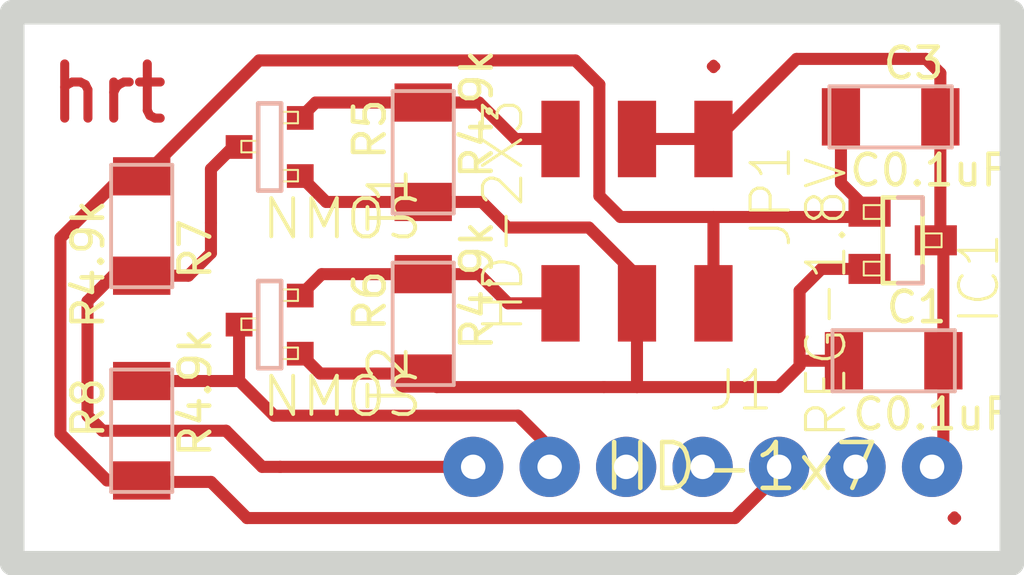
<source format=kicad_pcb>
(kicad_pcb (version 4) (host pcbnew 4.0.7-e2-6376~61~ubuntu18.04.1)

  (general
    (links 24)
    (no_connects 0)
    (area 111.093599 78.793599 147.106401 98.206401)
    (thickness 1.6)
    (drawings 7)
    (tracks 96)
    (zones 0)
    (modules 11)
    (nets 8)
  )

  (page A4)
  (layers
    (0 F.Cu signal)
    (31 B.Cu signal hide)
    (32 B.Adhes user hide)
    (33 F.Adhes user hide)
    (34 B.Paste user hide)
    (35 F.Paste user hide)
    (36 B.SilkS user)
    (37 F.SilkS user)
    (38 B.Mask user hide)
    (39 F.Mask user hide)
    (40 Dwgs.User user hide)
    (41 Cmts.User user hide)
    (42 Eco1.User user hide)
    (43 Eco2.User user hide)
    (44 Edge.Cuts user)
    (45 Margin user hide)
    (46 B.CrtYd user hide)
    (47 F.CrtYd user hide)
    (48 B.Fab user hide)
    (49 F.Fab user hide)
  )

  (setup
    (last_trace_width 0.4)
    (trace_clearance 0.4)
    (zone_clearance 0.508)
    (zone_45_only no)
    (trace_min 0.2)
    (segment_width 0.2)
    (edge_width 0.8128)
    (via_size 0.6)
    (via_drill 0.4)
    (via_min_size 0.4)
    (via_min_drill 0.3)
    (uvia_size 0.3)
    (uvia_drill 0.1)
    (uvias_allowed no)
    (uvia_min_size 0)
    (uvia_min_drill 0)
    (pcb_text_width 0.3)
    (pcb_text_size 1.5 1.5)
    (mod_edge_width 0.15)
    (mod_text_size 1 1)
    (mod_text_width 0.15)
    (pad_size 1.09982 1.7986)
    (pad_drill 0)
    (pad_to_mask_clearance 0.2)
    (aux_axis_origin 0 0)
    (grid_origin 148.7 90.5)
    (visible_elements FFFFFF7F)
    (pcbplotparams
      (layerselection 0x00030_80000001)
      (usegerberextensions false)
      (excludeedgelayer true)
      (linewidth 0.101600)
      (plotframeref false)
      (viasonmask false)
      (mode 1)
      (useauxorigin false)
      (hpglpennumber 1)
      (hpglpenspeed 20)
      (hpglpendiameter 15)
      (hpglpenoverlay 2)
      (psnegative false)
      (psa4output false)
      (plotreference true)
      (plotvalue true)
      (plotinvisibletext false)
      (padsonsilk false)
      (subtractmaskfromsilk false)
      (outputformat 1)
      (mirror false)
      (drillshape 0)
      (scaleselection 1)
      (outputdirectory ""))
  )

  (net 0 "")
  (net 1 +1V8)
  (net 2 GND)
  (net 3 +5V)
  (net 4 SDA-1.8)
  (net 5 SCL-1.8)
  (net 6 SDA-5)
  (net 7 SCL-5)

  (net_class Default "This is the default net class."
    (clearance 0.4)
    (trace_width 0.4)
    (via_dia 0.6)
    (via_drill 0.4)
    (uvia_dia 0.3)
    (uvia_drill 0.1)
    (add_net +1V8)
    (add_net +5V)
    (add_net GND)
    (add_net SCL-1.8)
    (add_net SCL-5)
    (add_net SDA-1.8)
    (add_net SDA-5)
  )

  (module fab:fab-C1206FAB (layer F.Cu) (tedit 200000) (tstamp 5B17C41F)
    (at 142.175 90.775)
    (path /5AEC246B)
    (attr smd)
    (fp_text reference C1 (at 0.762 -1.778) (layer F.SilkS)
      (effects (font (size 1.016 1.016) (thickness 0.1524)))
    )
    (fp_text value C0.1uF (at 1.27 1.778) (layer F.SilkS)
      (effects (font (size 1.016 1.016) (thickness 0.1524)))
    )
    (fp_line (start -2.032 -1.016) (end 2.032 -1.016) (layer B.SilkS) (width 0.127))
    (fp_line (start 2.032 -1.016) (end 2.032 1.016) (layer B.SilkS) (width 0.127))
    (fp_line (start 2.032 1.016) (end -2.032 1.016) (layer B.SilkS) (width 0.127))
    (fp_line (start -2.032 1.016) (end -2.032 -1.016) (layer B.SilkS) (width 0.127))
    (pad 1 smd rect (at -1.651 0) (size 1.27 1.905) (layers F.Cu F.Paste F.Mask)
      (net 1 +1V8))
    (pad 2 smd rect (at 1.651 0) (size 1.27 1.905) (layers F.Cu F.Paste F.Mask)
      (net 2 GND))
  )

  (module fab:fab-C1206FAB (layer F.Cu) (tedit 200000) (tstamp 5B17C433)
    (at 142.075 82.675)
    (path /5B17ACAF)
    (attr smd)
    (fp_text reference C3 (at 0.762 -1.778) (layer F.SilkS)
      (effects (font (size 1.016 1.016) (thickness 0.1524)))
    )
    (fp_text value C0.1uF (at 1.27 1.778) (layer F.SilkS)
      (effects (font (size 1.016 1.016) (thickness 0.1524)))
    )
    (fp_line (start -2.032 -1.016) (end 2.032 -1.016) (layer B.SilkS) (width 0.127))
    (fp_line (start 2.032 -1.016) (end 2.032 1.016) (layer B.SilkS) (width 0.127))
    (fp_line (start 2.032 1.016) (end -2.032 1.016) (layer B.SilkS) (width 0.127))
    (fp_line (start -2.032 1.016) (end -2.032 -1.016) (layer B.SilkS) (width 0.127))
    (pad 1 smd rect (at -1.651 0) (size 1.27 1.905) (layers F.Cu F.Paste F.Mask)
      (net 3 +5V))
    (pad 2 smd rect (at 1.651 0) (size 1.27 1.905) (layers F.Cu F.Paste F.Mask)
      (net 2 GND))
  )

  (module fab:fab-2X03SMD (layer F.Cu) (tedit 200000) (tstamp 5B17C4C2)
    (at 133.65 85.95 270)
    (path /5AEC1FD1)
    (attr smd)
    (fp_text reference JP1 (at -0.635 -4.445 270) (layer F.SilkS)
      (effects (font (size 1.27 1.27) (thickness 0.1016)))
    )
    (fp_text value HD-2X3 (at 0 4.445 270) (layer F.SilkS)
      (effects (font (size 1.27 1.27) (thickness 0.1016)))
    )
    (pad 1 smd rect (at -2.54 -2.54 270) (size 2.54 1.27) (layers F.Cu F.Paste F.Mask)
      (net 2 GND))
    (pad 2 smd rect (at 2.91846 -2.54 270) (size 2.54 1.27) (layers F.Cu F.Paste F.Mask)
      (net 3 +5V))
    (pad 3 smd rect (at -2.54 0 270) (size 2.54 1.27) (layers F.Cu F.Paste F.Mask)
      (net 2 GND))
    (pad 4 smd rect (at 2.91846 0 270) (size 2.54 1.27) (layers F.Cu F.Paste F.Mask)
      (net 1 +1V8))
    (pad 5 smd rect (at -2.54 2.54 270) (size 2.54 1.27) (layers F.Cu F.Paste F.Mask)
      (net 4 SDA-1.8))
    (pad 6 smd rect (at 2.91846 2.54 270) (size 2.54 1.27) (layers F.Cu F.Paste F.Mask)
      (net 5 SCL-1.8))
  )

  (module fab:fab-R1206FAB (layer F.Cu) (tedit 200000) (tstamp 5B17C567)
    (at 126.55 83.85 90)
    (path /5B17D2FD)
    (attr smd)
    (fp_text reference R5 (at 0.762 -1.778 90) (layer F.SilkS)
      (effects (font (size 1.016 1.016) (thickness 0.1524)))
    )
    (fp_text value R4.9k (at 1.27 1.778 90) (layer F.SilkS)
      (effects (font (size 1.016 1.016) (thickness 0.1524)))
    )
    (fp_line (start -2.032 -1.016) (end 2.032 -1.016) (layer B.SilkS) (width 0.127))
    (fp_line (start 2.032 -1.016) (end 2.032 1.016) (layer B.SilkS) (width 0.127))
    (fp_line (start 2.032 1.016) (end -2.032 1.016) (layer B.SilkS) (width 0.127))
    (fp_line (start -2.032 1.016) (end -2.032 -1.016) (layer B.SilkS) (width 0.127))
    (pad 1 smd rect (at -1.651 0 90) (size 1.27 1.905) (layers F.Cu F.Paste F.Mask)
      (net 1 +1V8))
    (pad 2 smd rect (at 1.651 0 90) (size 1.27 1.905) (layers F.Cu F.Paste F.Mask)
      (net 4 SDA-1.8))
  )

  (module fab:fab-R1206FAB (layer F.Cu) (tedit 200000) (tstamp 5B17C571)
    (at 126.55 89.55 90)
    (path /5B17D3B3)
    (attr smd)
    (fp_text reference R6 (at 0.762 -1.778 90) (layer F.SilkS)
      (effects (font (size 1.016 1.016) (thickness 0.1524)))
    )
    (fp_text value R4.9k (at 1.27 1.778 90) (layer F.SilkS)
      (effects (font (size 1.016 1.016) (thickness 0.1524)))
    )
    (fp_line (start -2.032 -1.016) (end 2.032 -1.016) (layer B.SilkS) (width 0.127))
    (fp_line (start 2.032 -1.016) (end 2.032 1.016) (layer B.SilkS) (width 0.127))
    (fp_line (start 2.032 1.016) (end -2.032 1.016) (layer B.SilkS) (width 0.127))
    (fp_line (start -2.032 1.016) (end -2.032 -1.016) (layer B.SilkS) (width 0.127))
    (pad 1 smd rect (at -1.651 0 90) (size 1.27 1.905) (layers F.Cu F.Paste F.Mask)
      (net 1 +1V8))
    (pad 2 smd rect (at 1.651 0 90) (size 1.27 1.905) (layers F.Cu F.Paste F.Mask)
      (net 5 SCL-1.8))
  )

  (module fab:fab-R1206FAB (layer F.Cu) (tedit 200000) (tstamp 5B17C57B)
    (at 117.2 86.3 270)
    (path /5B17CECF)
    (attr smd)
    (fp_text reference R7 (at 0.762 -1.778 270) (layer F.SilkS)
      (effects (font (size 1.016 1.016) (thickness 0.1524)))
    )
    (fp_text value R4.9k (at 1.27 1.778 270) (layer F.SilkS)
      (effects (font (size 1.016 1.016) (thickness 0.1524)))
    )
    (fp_line (start -2.032 -1.016) (end 2.032 -1.016) (layer B.SilkS) (width 0.127))
    (fp_line (start 2.032 -1.016) (end 2.032 1.016) (layer B.SilkS) (width 0.127))
    (fp_line (start 2.032 1.016) (end -2.032 1.016) (layer B.SilkS) (width 0.127))
    (fp_line (start -2.032 1.016) (end -2.032 -1.016) (layer B.SilkS) (width 0.127))
    (pad 1 smd rect (at -1.651 0 270) (size 1.27 1.905) (layers F.Cu F.Paste F.Mask)
      (net 3 +5V))
    (pad 2 smd rect (at 1.651 0 270) (size 1.27 1.905) (layers F.Cu F.Paste F.Mask)
      (net 6 SDA-5))
  )

  (module fab:fab-R1206FAB (layer F.Cu) (tedit 200000) (tstamp 5B17C585)
    (at 117.2 93.1 90)
    (path /5B17D09B)
    (attr smd)
    (fp_text reference R8 (at 0.762 -1.778 90) (layer F.SilkS)
      (effects (font (size 1.016 1.016) (thickness 0.1524)))
    )
    (fp_text value R4.9k (at 1.27 1.778 90) (layer F.SilkS)
      (effects (font (size 1.016 1.016) (thickness 0.1524)))
    )
    (fp_line (start -2.032 -1.016) (end 2.032 -1.016) (layer B.SilkS) (width 0.127))
    (fp_line (start 2.032 -1.016) (end 2.032 1.016) (layer B.SilkS) (width 0.127))
    (fp_line (start 2.032 1.016) (end -2.032 1.016) (layer B.SilkS) (width 0.127))
    (fp_line (start -2.032 1.016) (end -2.032 -1.016) (layer B.SilkS) (width 0.127))
    (pad 1 smd rect (at -1.651 0 90) (size 1.27 1.905) (layers F.Cu F.Paste F.Mask)
      (net 3 +5V))
    (pad 2 smd rect (at 1.651 0 90) (size 1.27 1.905) (layers F.Cu F.Paste F.Mask)
      (net 7 SCL-5))
  )

  (module fab:fab-SOT23 (layer F.Cu) (tedit 200000) (tstamp 5B1B3847)
    (at 142.475 86.775 270)
    (descr "SOT 23")
    (tags "SOT 23")
    (path /5B1B15D1)
    (attr smd)
    (fp_text reference IC1 (at 1.27 -2.54 270) (layer F.SilkS)
      (effects (font (size 1.27 1.27) (thickness 0.1016)))
    )
    (fp_text value REG-1.8V (at 1.905 2.54 270) (layer F.SilkS)
      (effects (font (size 1.27 1.27) (thickness 0.1016)))
    )
    (fp_line (start -0.2286 -0.7112) (end 0.2286 -0.7112) (layer F.SilkS) (width 0.06604))
    (fp_line (start 0.2286 -0.7112) (end 0.2286 -1.29286) (layer F.SilkS) (width 0.06604))
    (fp_line (start -0.2286 -1.29286) (end 0.2286 -1.29286) (layer F.SilkS) (width 0.06604))
    (fp_line (start -0.2286 -0.7112) (end -0.2286 -1.29286) (layer F.SilkS) (width 0.06604))
    (fp_line (start 0.7112 1.29286) (end 1.1684 1.29286) (layer F.SilkS) (width 0.06604))
    (fp_line (start 1.1684 1.29286) (end 1.1684 0.7112) (layer F.SilkS) (width 0.06604))
    (fp_line (start 0.7112 0.7112) (end 1.1684 0.7112) (layer F.SilkS) (width 0.06604))
    (fp_line (start 0.7112 1.29286) (end 0.7112 0.7112) (layer F.SilkS) (width 0.06604))
    (fp_line (start -1.1684 1.29286) (end -0.7112 1.29286) (layer F.SilkS) (width 0.06604))
    (fp_line (start -0.7112 1.29286) (end -0.7112 0.7112) (layer F.SilkS) (width 0.06604))
    (fp_line (start -1.1684 0.7112) (end -0.7112 0.7112) (layer F.SilkS) (width 0.06604))
    (fp_line (start -1.1684 1.29286) (end -1.1684 0.7112) (layer F.SilkS) (width 0.06604))
    (fp_line (start 1.4224 -0.6604) (end 1.4224 0.6604) (layer F.SilkS) (width 0.1524))
    (fp_line (start 1.4224 0.6604) (end -1.4224 0.6604) (layer F.SilkS) (width 0.1524))
    (fp_line (start -1.4224 0.6604) (end -1.4224 -0.6604) (layer F.SilkS) (width 0.1524))
    (fp_line (start -1.4224 -0.6604) (end 1.4224 -0.6604) (layer F.SilkS) (width 0.1524))
    (fp_line (start -1.4224 0.1524) (end -1.4224 -0.6604) (layer B.SilkS) (width 0.1524))
    (fp_line (start -1.4224 -0.6604) (end -0.8636 -0.6604) (layer B.SilkS) (width 0.1524))
    (fp_line (start 1.4224 -0.6604) (end 1.4224 0.1524) (layer B.SilkS) (width 0.1524))
    (fp_line (start 0.8636 -0.6604) (end 1.4224 -0.6604) (layer B.SilkS) (width 0.1524))
    (pad 1 smd rect (at -0.94996 1.09982 270) (size 0.99822 1.39954) (layers F.Cu F.Paste F.Mask)
      (net 3 +5V))
    (pad 2 smd rect (at 0.94996 1.09982 270) (size 0.99822 1.39954) (layers F.Cu F.Paste F.Mask)
      (net 1 +1V8))
    (pad 3 smd rect (at 0 -1.09982 270) (size 0.99822 1.39954) (layers F.Cu F.Paste F.Mask)
      (net 2 GND))
  )

  (module fab:fab-SOT-23 (layer F.Cu) (tedit 5B9254E3) (tstamp 5B47913B)
    (at 121.45 83.65 270)
    (descr "SMALL OUTLINE TRANSISTOR")
    (tags "SMALL OUTLINE TRANSISTOR")
    (path /5B17CC17)
    (attr smd)
    (fp_text reference T1 (at 1.778 -3.937 270) (layer F.SilkS)
      (effects (font (size 1.27 1.27) (thickness 0.127)))
    )
    (fp_text value NMOS (at 2.413 -2.413 360) (layer F.SilkS)
      (effects (font (size 1.27 1.27) (thickness 0.127)))
    )
    (fp_line (start 0.7874 -0.4318) (end 1.1684 -0.4318) (layer F.SilkS) (width 0.06604))
    (fp_line (start 1.1684 -0.4318) (end 1.1684 -0.9398) (layer F.SilkS) (width 0.06604))
    (fp_line (start 0.7874 -0.9398) (end 1.1684 -0.9398) (layer F.SilkS) (width 0.06604))
    (fp_line (start 0.7874 -0.4318) (end 0.7874 -0.9398) (layer F.SilkS) (width 0.06604))
    (fp_line (start -1.143 -0.4318) (end -0.762 -0.4318) (layer F.SilkS) (width 0.06604))
    (fp_line (start -0.762 -0.4318) (end -0.762 -0.9398) (layer F.SilkS) (width 0.06604))
    (fp_line (start -1.143 -0.9398) (end -0.762 -0.9398) (layer F.SilkS) (width 0.06604))
    (fp_line (start -1.143 -0.4318) (end -1.143 -0.9398) (layer F.SilkS) (width 0.06604))
    (fp_line (start -0.1778 0.9398) (end 0.2032 0.9398) (layer F.SilkS) (width 0.06604))
    (fp_line (start 0.2032 0.9398) (end 0.2032 0.4318) (layer F.SilkS) (width 0.06604))
    (fp_line (start -0.1778 0.4318) (end 0.2032 0.4318) (layer F.SilkS) (width 0.06604))
    (fp_line (start -0.1778 0.9398) (end -0.1778 0.4318) (layer F.SilkS) (width 0.06604))
    (fp_line (start -1.4224 -0.381) (end 1.4732 -0.381) (layer B.SilkS) (width 0.1524))
    (fp_line (start 1.4732 -0.381) (end 1.4732 0.381) (layer B.SilkS) (width 0.1524))
    (fp_line (start 1.4732 0.381) (end -1.4224 0.381) (layer B.SilkS) (width 0.1524))
    (fp_line (start -1.4224 0.381) (end -1.4224 -0.381) (layer B.SilkS) (width 0.1524))
    (pad 1 smd rect (at 0.0254 1.016 270) (size 0.7874 0.889) (layers F.Cu F.Paste F.Mask)
      (net 6 SDA-5))
    (pad 2 smd rect (at -0.9398 -1.016 270) (size 0.7874 0.889) (layers F.Cu F.Paste F.Mask)
      (net 4 SDA-1.8))
    (pad 3 smd rect (at 0.9906 -1.016 270) (size 0.7874 0.889) (layers F.Cu F.Paste F.Mask)
      (net 1 +1V8))
  )

  (module fab:fab-SOT-23 (layer F.Cu) (tedit 5B9254DF) (tstamp 5B479141)
    (at 121.45 89.55 270)
    (descr "SMALL OUTLINE TRANSISTOR")
    (tags "SMALL OUTLINE TRANSISTOR")
    (path /5B17CCCD)
    (attr smd)
    (fp_text reference T2 (at 1.778 -3.937 270) (layer F.SilkS)
      (effects (font (size 1.27 1.27) (thickness 0.127)))
    )
    (fp_text value NMOS (at 2.413 -2.413 360) (layer F.SilkS)
      (effects (font (size 1.27 1.27) (thickness 0.127)))
    )
    (fp_line (start 0.7874 -0.4318) (end 1.1684 -0.4318) (layer F.SilkS) (width 0.06604))
    (fp_line (start 1.1684 -0.4318) (end 1.1684 -0.9398) (layer F.SilkS) (width 0.06604))
    (fp_line (start 0.7874 -0.9398) (end 1.1684 -0.9398) (layer F.SilkS) (width 0.06604))
    (fp_line (start 0.7874 -0.4318) (end 0.7874 -0.9398) (layer F.SilkS) (width 0.06604))
    (fp_line (start -1.143 -0.4318) (end -0.762 -0.4318) (layer F.SilkS) (width 0.06604))
    (fp_line (start -0.762 -0.4318) (end -0.762 -0.9398) (layer F.SilkS) (width 0.06604))
    (fp_line (start -1.143 -0.9398) (end -0.762 -0.9398) (layer F.SilkS) (width 0.06604))
    (fp_line (start -1.143 -0.4318) (end -1.143 -0.9398) (layer F.SilkS) (width 0.06604))
    (fp_line (start -0.1778 0.9398) (end 0.2032 0.9398) (layer F.SilkS) (width 0.06604))
    (fp_line (start 0.2032 0.9398) (end 0.2032 0.4318) (layer F.SilkS) (width 0.06604))
    (fp_line (start -0.1778 0.4318) (end 0.2032 0.4318) (layer F.SilkS) (width 0.06604))
    (fp_line (start -0.1778 0.9398) (end -0.1778 0.4318) (layer F.SilkS) (width 0.06604))
    (fp_line (start -1.4224 -0.381) (end 1.4732 -0.381) (layer B.SilkS) (width 0.1524))
    (fp_line (start 1.4732 -0.381) (end 1.4732 0.381) (layer B.SilkS) (width 0.1524))
    (fp_line (start 1.4732 0.381) (end -1.4224 0.381) (layer B.SilkS) (width 0.1524))
    (fp_line (start -1.4224 0.381) (end -1.4224 -0.381) (layer B.SilkS) (width 0.1524))
    (pad 1 smd rect (at 0.0254 1.016 270) (size 0.7874 0.889) (layers F.Cu F.Paste F.Mask)
      (net 7 SCL-5))
    (pad 2 smd rect (at -0.9398 -1.016 270) (size 0.7874 0.889) (layers F.Cu F.Paste F.Mask)
      (net 5 SCL-1.8))
    (pad 3 smd rect (at 0.9906 -1.016 270) (size 0.7874 0.889) (layers F.Cu F.Paste F.Mask)
      (net 1 +1V8))
  )

  (module fab:fab-1X07SMD-THROUGH (layer F.Cu) (tedit 5B92946A) (tstamp 5B9253E6)
    (at 137.1 94.3 270)
    (path /5B924ABC)
    (attr smd)
    (fp_text reference J1 (at -2.54 0 360) (layer F.SilkS)
      (effects (font (size 1.27 1.27) (thickness 0.1016)))
    )
    (fp_text value HD-1x7 (at 0 0 360) (layer F.SilkS)
      (effects (font (thickness 0.15)))
    )
    (pad 7 thru_hole circle (at 0 8.89 270) (size 2 2) (drill 0.8128) (layers F.Cu F.Paste F.Mask)
      (net 6 SDA-5))
    (pad 1 thru_hole circle (at 0 -6.35 270) (size 2 2) (drill 0.8128) (layers F.Cu F.Paste F.Mask)
      (net 2 GND))
    (pad 2 thru_hole circle (at 0 -3.81 270) (size 2 2) (drill 0.8128) (layers F.Cu F.Paste F.Mask))
    (pad 3 thru_hole circle (at 0 -1.27 270) (size 2 2) (drill 0.8128) (layers F.Cu F.Paste F.Mask)
      (net 3 +5V))
    (pad 4 thru_hole circle (at 0 1.27 270) (size 2 2) (drill 0.8128) (layers F.Cu F.Paste F.Mask))
    (pad 5 thru_hole circle (at 0 3.81 270) (size 2 2) (drill 0.8128) (layers F.Cu F.Paste F.Mask))
    (pad 6 thru_hole circle (at 0 6.35 270) (size 2 2) (drill 0.8128) (layers F.Cu F.Paste F.Mask)
      (net 7 SCL-5))
  )

  (gr_line (start 146.1 79.2) (end 146.1 97.5) (angle 90) (layer Edge.Cuts) (width 0.8128) (tstamp 5B92592C))
  (gr_line (start 146.1 97.5) (end 112.9 97.5) (angle 90) (layer Edge.Cuts) (width 0.8128) (tstamp 5B925929))
  (gr_text . (at 144.8 96 270) (layer F.Cu)
    (effects (font (size 1.5 1.5) (thickness 0.3)))
  )
  (gr_text . (at 136.8 81 270) (layer F.Cu)
    (effects (font (size 1.5 1.5) (thickness 0.3)))
  )
  (gr_line (start 112.9 79.2) (end 112.9 97.5) (angle 90) (layer Edge.Cuts) (width 0.8128))
  (gr_line (start 146.1 79.2) (end 112.9 79.2) (angle 90) (layer Edge.Cuts) (width 0.8128))
  (gr_text hrt (at 116.1 81.9) (layer F.Cu)
    (effects (font (size 1.8 1.8) (thickness 0.3)))
  )

  (segment (start 133.65 91.65) (end 138.35 91.65) (width 0.4) (layer F.Cu) (net 1))
  (segment (start 139.05 90.95) (end 138.35 91.65) (width 0.4) (layer F.Cu) (net 1) (tstamp 5B924EE8))
  (segment (start 139.05 90.95) (end 139.05 90.775) (width 0.4) (layer F.Cu) (net 1) (tstamp 5B924EFD))
  (segment (start 126.85 91.201) (end 123.1264 91.201) (width 0.4) (layer F.Cu) (net 1))
  (segment (start 123.1264 91.201) (end 122.466 90.5406) (width 0.4) (layer F.Cu) (net 1) (tstamp 5B9250D5))
  (segment (start 140.524 90.775) (end 139.05 90.775) (width 0.4) (layer F.Cu) (net 1))
  (segment (start 139.05 88.45) (end 139.05 90.775) (width 0.4) (layer F.Cu) (net 1) (tstamp 5B924EE4))
  (segment (start 141.37518 87.72496) (end 139.77504 87.72496) (width 0.4) (layer F.Cu) (net 1))
  (segment (start 139.77504 87.72496) (end 139.05 88.45) (width 0.4) (layer F.Cu) (net 1) (tstamp 5B924EDF))
  (segment (start 133.65 88.86846) (end 133.65 91.65) (width 0.4) (layer F.Cu) (net 1))
  (segment (start 132.55 91.65) (end 126.999 91.65) (width 0.4) (layer F.Cu) (net 1) (tstamp 5B924DBB))
  (segment (start 133.65 91.65) (end 132.55 91.65) (width 0.4) (layer F.Cu) (net 1) (tstamp 5B924EF7))
  (segment (start 126.999 91.65) (end 126.55 91.201) (width 0.4) (layer F.Cu) (net 1) (tstamp 5B924DBF))
  (segment (start 126.85 85.501) (end 123.3264 85.501) (width 0.4) (layer F.Cu) (net 1))
  (segment (start 123.3264 85.501) (end 122.466 84.6406) (width 0.4) (layer F.Cu) (net 1) (tstamp 5B47920F))
  (segment (start 126.55 85.501) (end 128.501 85.501) (width 0.4) (layer F.Cu) (net 1))
  (segment (start 133.65 87.95) (end 133.65 88.86846) (width 0.4) (layer F.Cu) (net 1) (tstamp 5B4791EC))
  (segment (start 132.05 86.35) (end 133.65 87.95) (width 0.4) (layer F.Cu) (net 1) (tstamp 5B4791EB))
  (segment (start 129.35 86.35) (end 132.05 86.35) (width 0.4) (layer F.Cu) (net 1) (tstamp 5B4791EA))
  (segment (start 128.501 85.501) (end 129.35 86.35) (width 0.4) (layer F.Cu) (net 1) (tstamp 5B4791E9))
  (segment (start 136.29 83.41) (end 138.95 80.75) (width 0.4) (layer F.Cu) (net 2) (tstamp 5B9259B1))
  (segment (start 143.726 81.226) (end 143.25 80.75) (width 0.4) (layer F.Cu) (net 2) (tstamp 5B924C09))
  (segment (start 143.25 80.75) (end 138.95 80.75) (width 0.4) (layer F.Cu) (net 2) (tstamp 5B924C0D))
  (segment (start 143.726 82.675) (end 143.726 81.226) (width 0.4) (layer F.Cu) (net 2))
  (segment (start 143.826 93.424) (end 143.826 90.775) (width 0.4) (layer F.Cu) (net 2) (tstamp 5B92E955))
  (segment (start 136.19 83.41) (end 133.65 83.41) (width 0.4) (layer F.Cu) (net 2))
  (segment (start 144.101 83.05) (end 143.726 82.675) (width 0.4) (layer F.Cu) (net 2) (tstamp 5B3D38F0))
  (segment (start 144.15 82.251) (end 143.726 82.675) (width 0.4) (layer F.Cu) (net 2) (tstamp 5B2BF903))
  (segment (start 143.726 82.675) (end 143.726 86.62382) (width 0.4) (layer F.Cu) (net 2))
  (segment (start 143.726 86.62382) (end 143.57482 86.775) (width 0.4) (layer F.Cu) (net 2) (tstamp 5B2BAA5B))
  (segment (start 136.19 83.41) (end 136.19 83.89) (width 0.4) (layer F.Cu) (net 2))
  (segment (start 143.57482 82.82618) (end 143.726 82.675) (width 0.4) (layer F.Cu) (net 2) (tstamp 5B1B3C2B))
  (segment (start 143.826 90.775) (end 143.826 87.02618) (width 0.4) (layer F.Cu) (net 2))
  (segment (start 143.826 87.02618) (end 143.57482 86.775) (width 0.4) (layer F.Cu) (net 2) (tstamp 5B1B3C28))
  (segment (start 136.6 83) (end 136.19 83.41) (width 0.4) (layer F.Cu) (net 2) (tstamp 5B1A6724))
  (segment (start 117.2 84.649) (end 117.251 84.649) (width 0.4) (layer F.Cu) (net 3) (status C00000))
  (segment (start 117.251 84.649) (end 121.1 80.8) (width 0.4) (layer F.Cu) (net 3) (tstamp 5B92F14C) (status 400000))
  (segment (start 117.2 84.649) (end 116.551 84.649) (width 0.4) (layer F.Cu) (net 3) (status C00000))
  (segment (start 116.551 84.649) (end 114.5 86.7) (width 0.4) (layer F.Cu) (net 3) (tstamp 5B92F145) (status 400000))
  (segment (start 117.249 94.8) (end 119.5 94.8) (width 0.4) (layer F.Cu) (net 3))
  (segment (start 119.5 94.8) (end 120.7 96) (width 0.4) (layer F.Cu) (net 3) (tstamp 5B92EFAF))
  (segment (start 117.249 94.8) (end 117.2 94.751) (width 0.4) (layer F.Cu) (net 3) (tstamp 5B92F102))
  (segment (start 117.2 94.751) (end 116.051 94.751) (width 0.4) (layer F.Cu) (net 3))
  (segment (start 114.5 93.2) (end 114.5 86.7) (width 0.4) (layer F.Cu) (net 3) (tstamp 5B92EE4C))
  (segment (start 116.051 94.751) (end 114.5 93.2) (width 0.4) (layer F.Cu) (net 3) (tstamp 5B92EE47))
  (segment (start 120.7 96) (end 136.9 96) (width 0.4) (layer F.Cu) (net 3))
  (segment (start 136.9 96) (end 138.37 94.53) (width 0.4) (layer F.Cu) (net 3) (tstamp 5B9296D8))
  (segment (start 140.424 82.675) (end 140.424 84.87386) (width 0.4) (layer F.Cu) (net 3))
  (segment (start 140.424 84.87386) (end 141.37518 85.82504) (width 0.4) (layer F.Cu) (net 3) (tstamp 5B92EF2B))
  (segment (start 136.19 86) (end 141.20022 86) (width 0.4) (layer F.Cu) (net 3))
  (segment (start 141.20022 86) (end 141.37518 85.82504) (width 0.4) (layer F.Cu) (net 3) (tstamp 5B92EF20))
  (segment (start 120.7 96) (end 120.7 96) (width 0.4) (layer F.Cu) (net 3))
  (segment (start 136.19 86) (end 133.1 86) (width 0.4) (layer F.Cu) (net 3))
  (segment (start 133.1 86) (end 132.4 85.3) (width 0.4) (layer F.Cu) (net 3) (tstamp 5B929707))
  (segment (start 132.4 85.3) (end 132.4 81.6) (width 0.4) (layer F.Cu) (net 3) (tstamp 5B92970E))
  (segment (start 132.4 81.6) (end 131.6 80.8) (width 0.4) (layer F.Cu) (net 3) (tstamp 5B929714))
  (segment (start 131.6 80.8) (end 121.1 80.8) (width 0.4) (layer F.Cu) (net 3) (tstamp 5B929718))
  (segment (start 136.19 88.86846) (end 136.19 86) (width 0.4) (layer F.Cu) (net 3))
  (segment (start 138.37 94.3) (end 138.37 94.53) (width 0.4) (layer F.Cu) (net 3))
  (segment (start 140.87496 85.82504) (end 141.37518 85.82504) (width 0.4) (layer F.Cu) (net 3) (tstamp 5B9259A8))
  (segment (start 136.14 88.91846) (end 136.19 88.86846) (width 0.4) (layer F.Cu) (net 3) (tstamp 5B3D3A15))
  (segment (start 136.2 88.87846) (end 136.19 88.86846) (width 0.4) (layer F.Cu) (net 3) (tstamp 5B1B3A8C))
  (segment (start 126.85 82.199) (end 122.9772 82.199) (width 0.4) (layer F.Cu) (net 4))
  (segment (start 122.9772 82.199) (end 122.466 82.7102) (width 0.4) (layer F.Cu) (net 4) (tstamp 5B47920C))
  (segment (start 131.11 83.41) (end 129.61 83.41) (width 0.4) (layer F.Cu) (net 4))
  (segment (start 128.399 82.199) (end 126.55 82.199) (width 0.4) (layer F.Cu) (net 4) (tstamp 5B4791E2))
  (segment (start 129.61 83.41) (end 128.399 82.199) (width 0.4) (layer F.Cu) (net 4) (tstamp 5B4791E1))
  (segment (start 126.85 87.899) (end 123.1772 87.899) (width 0.4) (layer F.Cu) (net 5))
  (segment (start 123.1772 87.899) (end 122.466 88.6102) (width 0.4) (layer F.Cu) (net 5) (tstamp 5B9250D2))
  (segment (start 131.11 88.86846) (end 129.36846 88.86846) (width 0.4) (layer F.Cu) (net 5))
  (segment (start 128.399 87.899) (end 126.55 87.899) (width 0.4) (layer F.Cu) (net 5) (tstamp 5B4791E6))
  (segment (start 129.36846 88.86846) (end 128.399 87.899) (width 0.4) (layer F.Cu) (net 5) (tstamp 5B4791E5))
  (segment (start 117.2 87.951) (end 118.749 87.951) (width 0.4) (layer F.Cu) (net 6) (status 400000))
  (segment (start 119.5 87.2) (end 119.5 86.2) (width 0.4) (layer F.Cu) (net 6) (tstamp 5B92F139))
  (segment (start 118.749 87.951) (end 119.5 87.2) (width 0.4) (layer F.Cu) (net 6) (tstamp 5B92F138))
  (segment (start 117.2 87.951) (end 116.249 87.951) (width 0.4) (layer F.Cu) (net 6) (status C00000))
  (segment (start 116.249 87.951) (end 115.4 88.8) (width 0.4) (layer F.Cu) (net 6) (tstamp 5B92F130) (status 400000))
  (segment (start 120 93.1) (end 115.9 93.1) (width 0.4) (layer F.Cu) (net 6))
  (segment (start 115.9 93.1) (end 115.4 92.6) (width 0.4) (layer F.Cu) (net 6) (tstamp 5B92EE35))
  (segment (start 115.4 92.6) (end 115.4 88.8) (width 0.4) (layer F.Cu) (net 6) (tstamp 5B92EE3B))
  (segment (start 121.8 94.3) (end 121.2 94.3) (width 0.4) (layer F.Cu) (net 6))
  (segment (start 121.2 94.3) (end 120 93.1) (width 0.4) (layer F.Cu) (net 6) (tstamp 5B92EE2A))
  (segment (start 120.434 83.6754) (end 120.234 83.6754) (width 0.4) (layer F.Cu) (net 6))
  (segment (start 120.234 83.6754) (end 119.5 84.4094) (width 0.4) (layer F.Cu) (net 6) (tstamp 5B92EE12))
  (segment (start 119.5 86.2) (end 119.5 84.4094) (width 0.4) (layer F.Cu) (net 6) (tstamp 5B92EDCF))
  (segment (start 121.8 94.3) (end 121.8 94.3) (width 0.4) (layer F.Cu) (net 6))
  (segment (start 128.4 94.3) (end 121.8 94.3) (width 0.4) (layer F.Cu) (net 6) (tstamp 5B92E843))
  (segment (start 128.21 94.3) (end 128.1 94.3) (width 0.4) (layer F.Cu) (net 6))
  (segment (start 128.1 94.3) (end 128.1 94.3) (width 0.4) (layer F.Cu) (net 6) (tstamp 5B92E836))
  (segment (start 117.2 91.449) (end 120.419 91.449) (width 0.4) (layer F.Cu) (net 7))
  (segment (start 120.419 91.449) (end 120.434 91.434) (width 0.4) (layer F.Cu) (net 7) (tstamp 5B92F0DB))
  (segment (start 120.434 89.5754) (end 120.434 91.434) (width 0.4) (layer F.Cu) (net 7))
  (segment (start 129.7 92.6) (end 121.6 92.6) (width 0.4) (layer F.Cu) (net 7) (tstamp 5B9294D4))
  (segment (start 129.7 92.6) (end 130.75 93.65) (width 0.4) (layer F.Cu) (net 7) (tstamp 5B9294D1))
  (segment (start 120.434 91.434) (end 121.6 92.6) (width 0.4) (layer F.Cu) (net 7) (tstamp 5B92E9AD))
  (segment (start 130.75 94.3) (end 130.75 93.65) (width 0.4) (layer F.Cu) (net 7))

)

</source>
